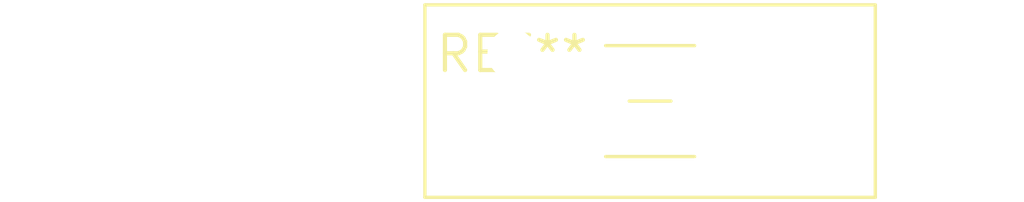
<source format=kicad_pcb>
(kicad_pcb (version 20240108) (generator pcbnew)
  (layers (0 "F.Cu" signal) (31 "B.Cu" signal) (34 "B.Paste" user) (35 "F.Paste" user) (36 "B.SilkS" user "B.Silkscreen") (37 "F.SilkS" user "F.Silkscreen") (38 "B.Mask" user) (39 "F.Mask" user) (44 "Edge.Cuts" user))
  (net 0 "")
  (footprint "Fuseholder_Blade_Mini_Keystone_3568" (layer "F.Cu") (at 0 0)
    (property "Reference" "REF**")
    (property "Value" "Fuseholder_Blade_Mini_Keystone_3568")
    (fp_line (start -3.14 -1.77) (end -3.14 5.17) (layer "F.SilkS") (stroke (width 0.12)))
    (fp_line (start -3.14 5.17) (end 13.06 5.17) (layer "F.SilkS") (stroke (width 0.12)))
    (fp_line (start 3.36 -0.3) (end 6.56 -0.3) (layer "F.SilkS") (stroke (width 0.12)))
    (fp_line (start 4.21 1.7) (end 5.71 1.7) (layer "F.SilkS") (stroke (width 0.12)))
    (fp_line (start 6.56 3.7) (end 3.36 3.7) (layer "F.SilkS") (stroke (width 0.12)))
    (fp_line (start 13.06 -1.77) (end -3.14 -1.77) (layer "F.SilkS") (stroke (width 0.12)))
    (fp_line (start 13.06 5.17) (end 13.06 -1.77) (layer "F.SilkS") (stroke (width 0.12)))
    (pad "1" thru_hole circle (at 0 0) (size 2.78 2.78) (drill 1.78) (layers *.Cu *.Mask) (remove_unused_layers))
    (pad "1" thru_hole circle (at 0 3.4) (size 2.78 2.78) (drill 1.78) (layers *.Cu *.Mask) (remove_unused_layers))
    (pad "2" thru_hole circle (at 9.92 0) (size 2.78 2.78) (drill 1.78) (layers *.Cu *.Mask) (remove_unused_layers))
    (pad "2" thru_hole circle (at 9.92 3.4) (size 2.78 2.78) (drill 1.78) (layers *.Cu *.Mask) (remove_unused_layers))
  )
)
</source>
